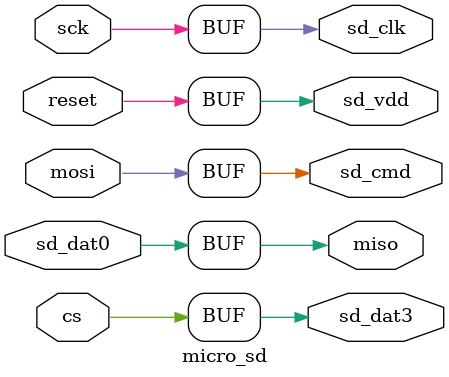
<source format=v>
module micro_sd (
    input   wire reset,
    input   wire sck,
    input   wire cs,
    input   wire mosi,
    output  wire miso,

    output  wire sd_vdd,
    output  wire sd_clk,
    output  wire sd_dat3,
    output  wire sd_cmd,
    input   wire sd_dat0
);

    assign sd_vdd = reset;
    assign sd_clk = sck;
    assign sd_dat3 = cs;
    assign sd_cmd = mosi;
    assign miso = sd_dat0;

endmodule

</source>
